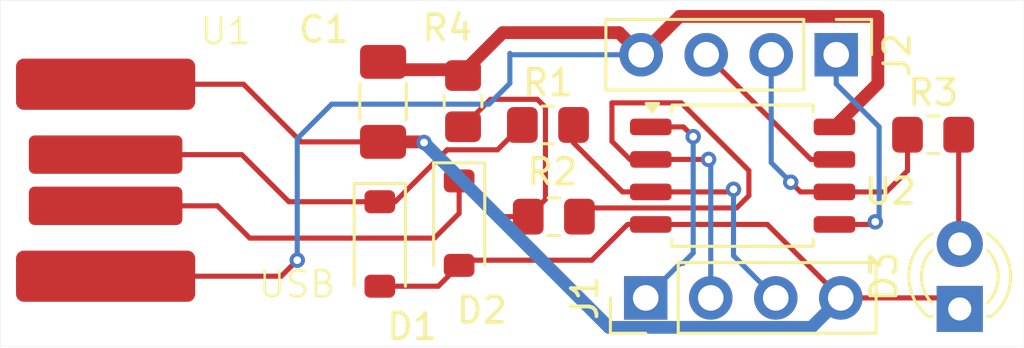
<source format=kicad_pcb>
(kicad_pcb (version 20241229) (generator "pcbnew") (generator_version "9.0")
  (layers (0 "F.Cu" signal) (2 "B.Cu" signal) (13 "F.Paste" user) (15 "B.Paste" user) (5 "F.SilkS" user "F.Silkscreen") (7 "B.SilkS" user "B.Silkscreen") (1 "F.Mask" user) (3 "B.Mask" user) (25 "Edge.Cuts" user))
  (net 0 "")
  (net 1 "GND")
  (net 2 "+5V")
  (net 3 "Net-(D1-K)")
  (net 4 "Net-(D2-K)")
  (net 5 "Net-(J1-Pin_3)")
  (net 6 "Net-(J1-Pin_2)")
  (net 7 "Net-(J1-Pin_1)")
  (net 8 "Net-(J2-Pin_1)")
  (net 9 "Net-(J2-Pin_3)")
  (net 10 "Net-(J2-Pin_2)")
  (net 11 "Net-(D3-A)")
  (footprint "Resistor_SMD:R_0805_2012Metric_Pad1.20x1.40mm_HandSolder" (layer "F.Cu") (at 145.0848 80.4258 -90)
    (property "Reference" "R4" (at -2.8542 0.6096 0) (layer "F.SilkS"))
    (property "Value" "1k5" (hide yes))
    (fp_line (start -0.227064 0.735) (end 0.227064 0.735) (stroke (width 0.12)) (layer "F.SilkS"))
    (fp_line (start -0.227064 -0.735) (end 0.227064 -0.735) (stroke (width 0.12)) (layer "F.SilkS"))
    (pad "1" smd roundrect (at -1 0 270) (size 1.2 1.4) (layers "F.Cu" "F.Mask" "F.Paste") (roundrect_rratio 0.208333) (net 2 "+5V"))
    (pad "2" smd roundrect (at 1 0 270) (size 1.2 1.4) (layers "F.Cu" "F.Mask" "F.Paste") (roundrect_rratio 0.208333) (net 4 "Net-(D2-K)"))
  )
  (footprint "Resistor_SMD:R_0805_2012Metric_Pad1.20x1.40mm_HandSolder" (layer "F.Cu") (at 163.449 81.7372)
    (property "Reference" "R3" (at 0 -1.65 0) (layer "F.SilkS"))
    (property "Value" "330R" (hide yes))
    (fp_line (start -0.227064 -0.735) (end 0.227064 -0.735) (stroke (width 0.12)) (layer "F.SilkS"))
    (fp_line (start -0.227064 0.735) (end 0.227064 0.735) (stroke (width 0.12)) (layer "F.SilkS"))
    (pad "1" smd roundrect (at -1 0) (size 1.2 1.4) (layers "F.Cu" "F.Mask" "F.Paste") (roundrect_rratio 0.208333) (net 10 "Net-(J2-Pin_2)"))
    (pad "2" smd roundrect (at 1 0) (size 1.2 1.4) (layers "F.Cu" "F.Mask" "F.Paste") (roundrect_rratio 0.208333) (net 11 "Net-(D3-A)"))
  )
  (footprint "LED_THT:LED_D3.0mm" (layer "F.Cu") (at 164.4904 88.5444 90)
    (property "Reference" "D3" (at 1.27 -2.96 90) (layer "F.SilkS"))
    (property "Value" "LED" (hide yes))
    (fp_line (start -0.29 -1.236) (end -0.29 -1.08) (stroke (width 0.12)) (layer "F.SilkS"))
    (fp_line (start -0.29 1.08) (end -0.29 1.236) (stroke (width 0.12)) (layer "F.SilkS"))
    (fp_arc (start -0.29 -1.235516) (mid 1.36566 -1.987699) (end 2.941437 -1.08) (stroke (width 0.12)) (layer "F.SilkS"))
    (fp_arc (start 0.229039 -1.08) (mid 1.27 -1.5) (end 2.310961 -1.08) (stroke (width 0.12)) (layer "F.SilkS"))
    (fp_arc (start 2.941437 1.08) (mid 1.36566 1.987699) (end -0.29 1.235516) (stroke (width 0.12)) (layer "F.SilkS"))
    (fp_arc (start 2.310961 1.08) (mid 1.27 1.5) (end 0.229039 1.08) (stroke (width 0.12)) (layer "F.SilkS"))
    (pad "1" thru_hole rect (at 0 0 90) (size 1.8 1.8) (drill 0.9) (layers "*.Cu" "*.Mask") (net 1 "GND"))
    (pad "2" thru_hole circle (at 2.54 0 90) (size 1.8 1.8) (drill 0.9) (layers "*.Cu" "*.Mask") (net 11 "Net-(D3-A)"))
  )
  (footprint "Capacitor_SMD:C_1206_3216Metric_Pad1.33x1.80mm_HandSolder" (layer "F.Cu") (at 141.9606 80.4541 -90)
    (property "Reference" "C1" (at -2.8317 2.3114 0) (layer "F.SilkS"))
    (property "Value" "100n" (hide yes))
    (fp_line (start -0.711252 0.91) (end 0.711252 0.91) (stroke (width 0.12)) (layer "F.SilkS"))
    (fp_line (start -0.711252 -0.91) (end 0.711252 -0.91) (stroke (width 0.12)) (layer "F.SilkS"))
    (pad "1" smd roundrect (at -1.5625 0 270) (size 1.325 1.8) (layers "F.Cu" "F.Mask" "F.Paste") (roundrect_rratio 0.188679) (net 2 "+5V"))
    (pad "2" smd roundrect (at 1.5625 0 270) (size 1.325 1.8) (layers "F.Cu" "F.Mask" "F.Paste") (roundrect_rratio 0.188679) (net 1 "GND"))
  )
  (footprint "Package_SO:SOIC-8_5.3x5.3mm_P1.27mm" (layer "F.Cu") (at 156.0068 83.3374)
    (property "Reference" "U2" (at 5.7658 0.6096 0) (layer "F.SilkS"))
    (property "Value" "ATtiny85-20S" (hide yes))
    (fp_line (start -2.76 -2.76) (end -2.76 -2.49) (stroke (width 0.12)) (layer "F.SilkS"))
    (fp_line (start -2.76 2.76) (end -2.76 2.49) (stroke (width 0.12)) (layer "F.SilkS"))
    (fp_line (start 0 -2.76) (end -2.76 -2.76) (stroke (width 0.12)) (layer "F.SilkS"))
    (fp_line (start 0 -2.76) (end 2.76 -2.76) (stroke (width 0.12)) (layer "F.SilkS"))
    (fp_line (start 0 2.76) (end -2.76 2.76) (stroke (width 0.12)) (layer "F.SilkS"))
    (fp_line (start 0 2.76) (end 2.76 2.76) (stroke (width 0.12)) (layer "F.SilkS"))
    (fp_line (start 2.76 -2.76) (end 2.76 -2.49) (stroke (width 0.12)) (layer "F.SilkS"))
    (fp_line (start 2.76 2.76) (end 2.76 2.49) (stroke (width 0.12)) (layer "F.SilkS"))
    (fp_poly (pts (xy -3.525 -2.49) (xy -3.765 -2.82) (xy -3.285 -2.82)) (stroke (width 0.12)) (fill yes) (layer "F.SilkS"))
    (pad "1" smd roundrect (at -3.5875 -1.905) (size 1.625 0.65) (layers "F.Cu" "F.Mask" "F.Paste") (net 7 "Net-(J1-Pin_1)"))
    (pad "2" smd roundrect (at -3.5875 -0.635) (size 1.625 0.65) (layers "F.Cu" "F.Mask" "F.Paste") (net 6 "Net-(J1-Pin_2)"))
    (pad "3" smd roundrect (at -3.5875 0.635) (size 1.625 0.65) (layers "F.Cu" "F.Mask" "F.Paste") (net 5 "Net-(J1-Pin_3)"))
    (pad "4" smd roundrect (at -3.5875 1.905) (size 1.625 0.65) (layers "F.Cu" "F.Mask" "F.Paste") (net 1 "GND"))
    (pad "5" smd roundrect (at 3.5875 1.905) (size 1.625 0.65) (layers "F.Cu" "F.Mask" "F.Paste") (net 8 "Net-(J2-Pin_1)"))
    (pad "6" smd roundrect (at 3.5875 0.635) (size 1.625 0.65) (layers "F.Cu" "F.Mask" "F.Paste") (net 10 "Net-(J2-Pin_2)"))
    (pad "7" smd roundrect (at 3.5875 -0.635) (size 1.625 0.65) (layers "F.Cu" "F.Mask" "F.Paste") (net 9 "Net-(J2-Pin_3)"))
    (pad "8" smd roundrect (at 3.5875 -1.905) (size 1.625 0.65) (layers "F.Cu" "F.Mask" "F.Paste") (net 2 "+5V"))
  )
  (footprint "1_ctml_lbr:PCB_USB_Connector" (layer "F.Cu") (at 131.1209 83.5152 180)
    (property "Reference" "U1" (at -4.6929 5.8166 0) (layer "F.SilkS") (effects (font (thickness 0.1))))
    (property "Value" "~")
    (fp_text user "USB" (at -5.9121 -4.6482 0) (layer "F.SilkS") (effects (font (thickness 0.1)) (justify left bottom)))
    (pad "1" smd roundrect (at 0 -3.75 180) (size 7 2) (layers "F.Cu" "F.Mask" "F.Paste") (roundrect_rratio 0.15) (net 2 "+5V"))
    (pad "2" smd roundrect (at 0 -1 180) (size 6 1.5) (layers "F.Cu" "F.Mask" "F.Paste") (roundrect_rratio 0.15) (net 4 "Net-(D2-K)"))
    (pad "3" smd roundrect (at 0 1 180) (size 6 1.5) (layers "F.Cu" "F.Mask" "F.Paste") (roundrect_rratio 0.15) (net 3 "Net-(D1-K)"))
    (pad "4" smd roundrect (at 0 3.75 180) (size 7 2) (layers "F.Cu" "F.Mask" "F.Paste") (roundrect_rratio 0.15) (net 1 "GND"))
  )
  (footprint "Connector_PinHeader_2.54mm:PinHeader_1x04_P2.54mm_Vertical" (layer "F.Cu") (at 159.6644 78.613 -90)
    (property "Reference" "J2" (at 0 -2.38 90) (layer "F.SilkS"))
    (property "Value" "Conn_01x04" (hide yes))
    (fp_line (start -1.38 9) (end 1.38 9) (stroke (width 0.12)) (layer "F.SilkS"))
    (fp_line (start -1.38 1.27) (end -1.38 9) (stroke (width 0.12)) (layer "F.SilkS"))
    (fp_line (start -1.38 1.27) (end 1.38 1.27) (stroke (width 0.12)) (layer "F.SilkS"))
    (fp_line (start 1.38 1.27) (end 1.38 9) (stroke (width 0.12)) (layer "F.SilkS"))
    (fp_line (start -1.38 0) (end -1.38 -1.38) (stroke (width 0.12)) (layer "F.SilkS"))
    (fp_line (start -1.38 -1.38) (end 0 -1.38) (stroke (width 0.12)) (layer "F.SilkS"))
    (pad "1" thru_hole rect (at 0 0 270) (size 1.7 1.7) (drill 1) (layers "*.Cu" "*.Mask") (net 8 "Net-(J2-Pin_1)"))
    (pad "2" thru_hole circle (at 0 2.54 270) (size 1.7 1.7) (drill 1) (layers "*.Cu" "*.Mask") (net 10 "Net-(J2-Pin_2)"))
    (pad "3" thru_hole circle (at 0 5.08 270) (size 1.7 1.7) (drill 1) (layers "*.Cu" "*.Mask") (net 9 "Net-(J2-Pin_3)"))
    (pad "4" thru_hole circle (at 0 7.62 270) (size 1.7 1.7) (drill 1) (layers "*.Cu" "*.Mask") (net 2 "+5V"))
  )
  (footprint "Connector_PinHeader_2.54mm:PinHeader_1x04_P2.54mm_Vertical" (layer "F.Cu") (at 152.2222 88.1126 90)
    (property "Reference" "J1" (at 0 -2.38 90) (layer "F.SilkS"))
    (property "Value" "Conn_01x04" (hide yes))
    (fp_line (start -1.38 -1.38) (end 0 -1.38) (stroke (width 0.12)) (layer "F.SilkS"))
    (fp_line (start -1.38 0) (end -1.38 -1.38) (stroke (width 0.12)) (layer "F.SilkS"))
    (fp_line (start 1.38 1.27) (end 1.38 9) (stroke (width 0.12)) (layer "F.SilkS"))
    (fp_line (start -1.38 1.27) (end 1.38 1.27) (stroke (width 0.12)) (layer "F.SilkS"))
    (fp_line (start -1.38 1.27) (end -1.38 9) (stroke (width 0.12)) (layer "F.SilkS"))
    (fp_line (start -1.38 9) (end 1.38 9) (stroke (width 0.12)) (layer "F.SilkS"))
    (pad "1" thru_hole rect (at 0 0 90) (size 1.7 1.7) (drill 1) (layers "*.Cu" "*.Mask") (net 7 "Net-(J1-Pin_1)"))
    (pad "2" thru_hole circle (at 0 2.54 90) (size 1.7 1.7) (drill 1) (layers "*.Cu" "*.Mask") (net 6 "Net-(J1-Pin_2)"))
    (pad "3" thru_hole circle (at 0 5.08 90) (size 1.7 1.7) (drill 1) (layers "*.Cu" "*.Mask") (net 5 "Net-(J1-Pin_3)"))
    (pad "4" thru_hole circle (at 0 7.62 90) (size 1.7 1.7) (drill 1) (layers "*.Cu" "*.Mask") (net 1 "GND"))
  )
  (footprint "Diode_SMD:D_SOD-123" (layer "F.Cu") (at 141.8336 86.0054 -90)
    (property "Reference" "D1" (at 3.2248 -1.27 0) (layer "F.SilkS"))
    (property "Value" "3V6" (hide yes))
    (fp_line (start -2.36 1) (end 1.65 1) (stroke (width 0.12)) (layer "F.SilkS"))
    (fp_line (start -2.36 -1) (end -2.36 1) (stroke (width 0.12)) (layer "F.SilkS"))
    (fp_line (start -2.36 -1) (end 1.65 -1) (stroke (width 0.12)) (layer "F.SilkS"))
    (pad "1" smd roundrect (at -1.65 0 270) (size 0.9 1.2) (layers "F.Cu" "F.Mask" "F.Paste") (net 3 "Net-(D1-K)"))
    (pad "2" smd roundrect (at 1.65 0 270) (size 0.9 1.2) (layers "F.Cu" "F.Mask" "F.Paste") (net 1 "GND"))
  )
  (footprint "Diode_SMD:D_SOD-123" (layer "F.Cu") (at 144.9324 85.1926 -90)
    (property "Reference" "D2" (at 3.4026 -0.889 0) (layer "F.SilkS"))
    (property "Value" "3V6" (hide yes))
    (fp_line (start -2.36 1) (end 1.65 1) (stroke (width 0.12)) (layer "F.SilkS"))
    (fp_line (start -2.36 -1) (end -2.36 1) (stroke (width 0.12)) (layer "F.SilkS"))
    (fp_line (start -2.36 -1) (end 1.65 -1) (stroke (width 0.12)) (layer "F.SilkS"))
    (pad "1" smd roundrect (at -1.65 0 270) (size 0.9 1.2) (layers "F.Cu" "F.Mask" "F.Paste") (net 4 "Net-(D2-K)"))
    (pad "2" smd roundrect (at 1.65 0 270) (size 0.9 1.2) (layers "F.Cu" "F.Mask" "F.Paste") (net 1 "GND"))
  )
  (footprint "Resistor_SMD:R_0805_2012Metric_Pad1.20x1.40mm_HandSolder" (layer "F.Cu") (at 148.6314 84.9376)
    (property "Reference" "R2" (at -0.0602 -1.7526 0) (layer "F.SilkS"))
    (property "Value" "68R" (hide yes))
    (fp_line (start -0.227064 -0.735) (end 0.227064 -0.735) (stroke (width 0.12)) (layer "F.SilkS"))
    (fp_line (start -0.227064 0.735) (end 0.227064 0.735) (stroke (width 0.12)) (layer "F.SilkS"))
    (pad "1" smd roundrect (at -1 0) (size 1.2 1.4) (layers "F.Cu" "F.Mask" "F.Paste") (roundrect_rratio 0.208333) (net 4 "Net-(D2-K)"))
    (pad "2" smd roundrect (at 1 0) (size 1.2 1.4) (layers "F.Cu" "F.Mask" "F.Paste") (roundrect_rratio 0.208333) (net 6 "Net-(J1-Pin_2)"))
  )
  (footprint "Resistor_SMD:R_0805_2012Metric_Pad1.20x1.40mm_HandSolder" (layer "F.Cu") (at 148.4028 81.3562)
    (property "Reference" "R1" (at 0 -1.65 0) (layer "F.SilkS"))
    (property "Value" "68R" (hide yes))
    (fp_line (start -0.227064 -0.735) (end 0.227064 -0.735) (stroke (width 0.12)) (layer "F.SilkS"))
    (fp_line (start -0.227064 0.735) (end 0.227064 0.735) (stroke (width 0.12)) (layer "F.SilkS"))
    (pad "1" smd roundrect (at -1 0) (size 1.2 1.4) (layers "F.Cu" "F.Mask" "F.Paste") (roundrect_rratio 0.208333) (net 3 "Net-(D1-K)"))
    (pad "2" smd roundrect (at 1 0) (size 1.2 1.4) (layers "F.Cu" "F.Mask" "F.Paste") (roundrect_rratio 0.208333) (net 5 "Net-(J1-Pin_3)"))
  )
  (gr_rect (start 127 76.4792) (end 167 90) (stroke (width 0.01)) (fill no) (layer "Edge.Cuts"))
  (segment (start 145.1356 86.6394) (end 150.114 86.6394) (width 0.2) (layer "F.Cu") (net 1))
  (segment (start 138.7602 82.0166) (end 141.9606 82.0166) (width 0.2) (layer "F.Cu") (net 1))
  (segment (start 151.511 85.2424) (end 152.4193 85.2424) (width 0.2) (layer "F.Cu") (net 1))
  (segment (start 141.8336 87.6554) (end 144.1196 87.6554) (width 0.2) (layer "F.Cu") (net 1))
  (segment (start 159.8422 88.1126) (end 164.0586 88.1126) (width 0.2) (layer "F.Cu") (net 1))
  (segment (start 156.972 85.2424) (end 159.8422 88.1126) (width 0.2) (layer "F.Cu") (net 1))
  (segment (start 164.0586 88.1126) (end 164.4904 88.5444) (width 0.2) (layer "F.Cu") (net 1))
  (segment (start 141.9606 82.0166) (end 143.5354 82.0166) (width 0.5) (layer "F.Cu") (net 1))
  (segment (start 131.1209 79.7652) (end 136.5088 79.7652) (width 0.2) (layer "F.Cu") (net 1))
  (segment (start 150.114 86.6394) (end 151.511 85.2424) (width 0.2) (layer "F.Cu") (net 1))
  (segment (start 143.5354 82.0166) (end 143.5608 82.042) (width 0.2) (layer "F.Cu") (net 1))
  (segment (start 144.9324 86.8426) (end 145.1356 86.6394) (width 0.2) (layer "F.Cu") (net 1))
  (segment (start 152.4193 85.2424) (end 156.972 85.2424) (width 0.2) (layer "F.Cu") (net 1))
  (segment (start 136.5088 79.7652) (end 138.7602 82.0166) (width 0.2) (layer "F.Cu") (net 1))
  (segment (start 144.1196 87.6554) (end 144.9324 86.8426) (width 0.2) (layer "F.Cu") (net 1))
  (via (at 143.5608 82.042) (size 0.6) (drill 0.3) (layers "F.Cu" "B.Cu") (net 1))
  (segment (start 158.6912 89.2636) (end 159.8422 88.1126) (width 0.5) (layer "B.Cu") (net 1))
  (segment (start 150.7824 89.2636) (end 158.6912 89.2636) (width 0.5) (layer "B.Cu") (net 1))
  (segment (start 143.5608 82.042) (end 150.7824 89.2636) (width 0.5) (layer "B.Cu") (net 1))
  (segment (start 131.1209 87.2652) (end 137.982 87.2652) (width 0.2) (layer "F.Cu") (net 2))
  (segment (start 141.9606 78.8916) (end 142.2662 79.1972) (width 0.5) (layer "F.Cu") (net 2))
  (segment (start 161.29 77.1144) (end 153.543 77.1144) (width 0.5) (layer "F.Cu") (net 2))
  (segment (start 146.6342 77.7494) (end 145.0848 79.2988) (width 0.5) (layer "F.Cu") (net 2))
  (segment (start 151.1808 77.7494) (end 146.6342 77.7494) (width 0.5) (layer "F.Cu") (net 2))
  (segment (start 144.8562 79.1972) (end 145.0848 79.4258) (width 0.5) (layer "F.Cu") (net 2))
  (segment (start 145.0848 79.2988) (end 145.0848 79.4258) (width 0.2) (layer "F.Cu") (net 2))
  (segment (start 161.29 79.7367) (end 161.29 77.1144) (width 0.5) (layer "F.Cu") (net 2))
  (segment (start 137.982 87.2652) (end 138.6078 86.6394) (width 0.2) (layer "F.Cu") (net 2))
  (segment (start 152.0444 78.613) (end 151.1808 77.7494) (width 0.5) (layer "F.Cu") (net 2))
  (segment (start 142.2662 79.1972) (end 144.8562 79.1972) (width 0.5) (layer "F.Cu") (net 2))
  (segment (start 153.543 77.1144) (end 152.0444 78.613) (width 0.5) (layer "F.Cu") (net 2))
  (segment (start 159.5943 81.4324) (end 161.29 79.7367) (width 0.5) (layer "F.Cu") (net 2))
  (via (at 138.6078 86.6394) (size 0.6) (drill 0.3) (layers "F.Cu" "B.Cu") (net 2))
  (segment (start 146.1008 80.5434) (end 146.9136 79.7306) (width 0.2) (layer "B.Cu") (net 2))
  (segment (start 138.6078 86.6394) (end 138.6078 81.8896) (width 0.2) (layer "B.Cu") (net 2))
  (segment (start 146.9136 78.5622) (end 146.9644 78.613) (width 0.2) (layer "B.Cu") (net 2))
  (segment (start 146.9644 78.613) (end 152.0444 78.613) (width 0.2) (layer "B.Cu") (net 2))
  (segment (start 138.6078 81.8896) (end 139.954 80.5434) (width 0.2) (layer "B.Cu") (net 2))
  (segment (start 146.9136 79.7306) (end 146.9136 78.5622) (width 0.2) (layer "B.Cu") (net 2))
  (segment (start 139.954 80.5434) (end 146.1008 80.5434) (width 0.2) (layer "B.Cu") (net 2))
  (segment (start 144.4622 82.3268) (end 146.4322 82.3268) (width 0.2) (layer "F.Cu") (net 3))
  (segment (start 142.4336 84.3554) (end 144.4622 82.3268) (width 0.2) (layer "F.Cu") (net 3))
  (segment (start 136.4394 82.5152) (end 138.2796 84.3554) (width 0.2) (layer "F.Cu") (net 3))
  (segment (start 131.1209 82.5152) (end 136.4394 82.5152) (width 0.2) (layer "F.Cu") (net 3))
  (segment (start 141.8336 84.3554) (end 142.4336 84.3554) (width 0.2) (layer "F.Cu") (net 3))
  (segment (start 146.4322 82.3268) (end 147.4028 81.3562) (width 0.2) (layer "F.Cu") (net 3))
  (segment (start 138.2796 84.3554) (end 141.8336 84.3554) (width 0.2) (layer "F.Cu") (net 3))
  (segment (start 131.1209 84.5152) (end 135.493 84.5152) (width 0.2) (layer "F.Cu") (net 4))
  (segment (start 136.7536 85.7758) (end 143.9672 85.7758) (width 0.2) (layer "F.Cu") (net 4))
  (segment (start 143.9672 85.7758) (end 144.9324 84.8106) (width 0.2) (layer "F.Cu") (net 4))
  (segment (start 145.0848 81.4258) (end 145.0848 81.4578) (width 0.2) (layer "F.Cu") (net 4))
  (segment (start 135.493 84.5152) (end 136.7536 85.7758) (width 0.2) (layer "F.Cu") (net 4))
  (segment (start 146.1554 80.3552) (end 147.98796 80.3552) (width 0.2) (layer "F.Cu") (net 4))
  (segment (start 147.98796 80.3552) (end 148.3038 80.67104) (width 0.2) (layer "F.Cu") (net 4))
  (segment (start 144.9324 81.5782) (end 145.0848 81.4258) (width 0.2) (layer "F.Cu") (net 4))
  (segment (start 144.9324 84.8106) (end 144.9324 83.5426) (width 0.2) (layer "F.Cu") (net 4))
  (segment (start 148.3038 84.2652) (end 147.6314 84.9376) (width 0.2) (layer "F.Cu") (net 4))
  (segment (start 145.0848 81.4258) (end 146.1554 80.3552) (width 0.2) (layer "F.Cu") (net 4))
  (segment (start 146.3274 84.9376) (end 144.9324 83.5426) (width 0.2) (layer "F.Cu") (net 4))
  (segment (start 147.6314 84.9376) (end 146.3274 84.9376) (width 0.2) (layer "F.Cu") (net 4))
  (segment (start 148.3038 80.67104) (end 148.3038 84.2652) (width 0.2) (layer "F.Cu") (net 4))
  (segment (start 149.4028 81.3562) (end 149.4028 82.0562) (width 0.2) (layer "F.Cu") (net 5))
  (segment (start 151.319 83.9724) (end 152.4193 83.9724) (width 0.2) (layer "F.Cu") (net 5))
  (segment (start 149.4028 82.0562) (end 151.319 83.9724) (width 0.2) (layer "F.Cu") (net 5))
  (segment (start 155.5496 83.9724) (end 155.6512 83.8708) (width 0.2) (layer "F.Cu") (net 5))
  (segment (start 152.4193 83.9724) (end 155.5496 83.9724) (width 0.2) (layer "F.Cu") (net 5))
  (via (at 155.6512 83.8708) (size 0.6) (drill 0.3) (layers "F.Cu" "B.Cu") (net 5))
  (segment (start 155.6512 86.4616) (end 157.3022 88.1126) (width 0.2) (layer "B.Cu") (net 5))
  (segment (start 155.6512 83.8708) (end 155.6512 86.4616) (width 0.2) (layer "B.Cu") (net 5))
  (segment (start 149.6314 84.9376) (end 149.9706 84.5984) (width 0.2) (layer "F.Cu") (net 6))
  (segment (start 156.2522 83.139257) (end 153.605543 80.4926) (width 0.2) (layer "F.Cu") (net 6))
  (segment (start 155.773543 84.5984) (end 156.2522 84.119743) (width 0.2) (layer "F.Cu") (net 6))
  (segment (start 150.9014 81.996999) (end 151.606801 82.7024) (width 0.2) (layer "F.Cu") (net 6))
  (segment (start 151.606801 82.7024) (end 152.4193 82.7024) (width 0.2) (layer "F.Cu") (net 6))
  (segment (start 152.4193 82.7024) (end 154.6764 82.7024) (width 0.2) (layer "F.Cu") (net 6))
  (segment (start 149.6314 84.677801) (end 149.6314 84.9376) (width 0.2) (layer "F.Cu") (net 6))
  (segment (start 153.605543 80.4926) (end 150.9014 80.4926) (width 0.2) (layer "F.Cu") (net 6))
  (segment (start 150.9014 80.4926) (end 150.9014 81.996999) (width 0.2) (layer "F.Cu") (net 6))
  (segment (start 149.9706 84.5984) (end 155.773543 84.5984) (width 0.2) (layer "F.Cu") (net 6))
  (segment (start 156.2522 84.119743) (end 156.2522 83.139257) (width 0.2) (layer "F.Cu") (net 6))
  (via (at 154.6764 82.7024) (size 0.6) (drill 0.3) (layers "F.Cu" "B.Cu") (net 6))
  (segment (start 154.7622 82.8294) (end 154.7622 88.1126) (width 0.2) (layer "B.Cu") (net 6))
  (segment (start 154.6764 82.7024) (end 154.6764 82.7436) (width 0.2) (layer "B.Cu") (net 6))
  (segment (start 154.6764 82.7436) (end 154.7622 82.8294) (width 0.2) (layer "B.Cu") (net 6))
  (segment (start 153.6954 81.4324) (end 154.0764 81.8134) (width 0.2) (layer "F.Cu") (net 7))
  (segment (start 152.4193 81.4324) (end 153.6954 81.4324) (width 0.2) (layer "F.Cu") (net 7))
  (via (at 154.0764 81.8134) (size 0.6) (drill 0.3) (layers "F.Cu" "B.Cu") (net 7))
  (segment (start 153.5684 86.7664) (end 152.2222 88.1126) (width 0.2) (layer "B.Cu") (net 7))
  (segment (start 154.0764 86.36) (end 153.67 86.7664) (width 0.2) (layer "B.Cu") (net 7))
  (segment (start 153.67 86.7664) (end 153.5684 86.7664) (width 0.2) (layer "B.Cu") (net 7))
  (segment (start 154.0764 81.8134) (end 154.0764 86.36) (width 0.2) (layer "B.Cu") (net 7))
  (segment (start 161.0868 85.2424) (end 161.1884 85.1408) (width 0.2) (layer "F.Cu") (net 8))
  (segment (start 159.5943 85.2424) (end 161.0868 85.2424) (width 0.2) (layer "F.Cu") (net 8))
  (via (at 161.1884 85.1408) (size 0.6) (drill 0.3) (layers "F.Cu" "B.Cu") (net 8))
  (segment (start 161.3408 84.9884) (end 161.3408 81.4324) (width 0.2) (layer "B.Cu") (net 8))
  (segment (start 161.3408 81.4324) (end 159.6644 79.756) (width 0.2) (layer "B.Cu") (net 8))
  (segment (start 159.6644 79.756) (end 159.6644 78.613) (width 0.2) (layer "B.Cu") (net 8))
  (segment (start 161.1884 85.1408) (end 161.3408 84.9884) (width 0.2) (layer "B.Cu") (net 8))
  (segment (start 159.5943 82.7024) (end 158.6738 82.7024) (width 0.2) (layer "F.Cu") (net 9))
  (segment (start 158.6738 82.7024) (end 154.5844 78.613) (width 0.2) (layer "F.Cu") (net 9))
  (segment (start 162.449 83.1436) (end 161.6202 83.9724) (width 0.2) (layer "F.Cu") (net 10))
  (segment (start 158.2674 83.9724) (end 157.8864 83.5914) (width 0.2) (layer "F.Cu") (net 10))
  (segment (start 159.5943 83.9724) (end 158.2674 83.9724) (width 0.2) (layer "F.Cu") (net 10))
  (segment (start 162.449 81.7372) (end 162.449 83.1436) (width 0.2) (layer "F.Cu") (net 10))
  (segment (start 161.6202 83.9724) (end 159.5943 83.9724) (width 0.2) (layer "F.Cu") (net 10))
  (via (at 157.8864 83.5914) (size 0.6) (drill 0.3) (layers "F.Cu" "B.Cu") (net 10))
  (segment (start 157.8864 83.5914) (end 157.1244 82.8294) (width 0.2) (layer "B.Cu") (net 10))
  (segment (start 157.1244 82.8294) (end 157.1244 78.613) (width 0.2) (layer "B.Cu") (net 10))
  (segment (start 164.449 81.7372) (end 164.449 85.963) (width 0.2) (layer "F.Cu") (net 11))
  (segment (start 164.449 85.963) (end 164.4904 86.0044) (width 0.2) (layer "F.Cu") (net 11))
)
</source>
